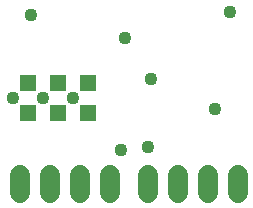
<source format=gbs>
G75*
%MOIN*%
%OFA0B0*%
%FSLAX25Y25*%
%IPPOS*%
%LPD*%
%AMOC8*
5,1,8,0,0,1.08239X$1,22.5*
%
%ADD10C,0.06600*%
%ADD11R,0.05600X0.05600*%
%ADD12C,0.04362*%
D10*
X0007894Y0018106D02*
X0007894Y0024106D01*
X0017894Y0024106D02*
X0017894Y0018106D01*
X0027894Y0018106D02*
X0027894Y0024106D01*
X0037894Y0024106D02*
X0037894Y0018106D01*
X0050394Y0018106D02*
X0050394Y0024106D01*
X0060394Y0024106D02*
X0060394Y0018106D01*
X0070394Y0018106D02*
X0070394Y0024106D01*
X0080394Y0024106D02*
X0080394Y0018106D01*
D11*
X0030394Y0044856D03*
X0020394Y0044856D03*
X0010394Y0044856D03*
X0010394Y0054856D03*
X0020394Y0054856D03*
X0030394Y0054856D03*
D12*
X0025394Y0049856D03*
X0015394Y0049856D03*
X0005394Y0049856D03*
X0011644Y0077356D03*
X0042894Y0069856D03*
X0051644Y0056106D03*
X0072894Y0046106D03*
X0050394Y0033606D03*
X0041644Y0032356D03*
X0077894Y0078606D03*
M02*

</source>
